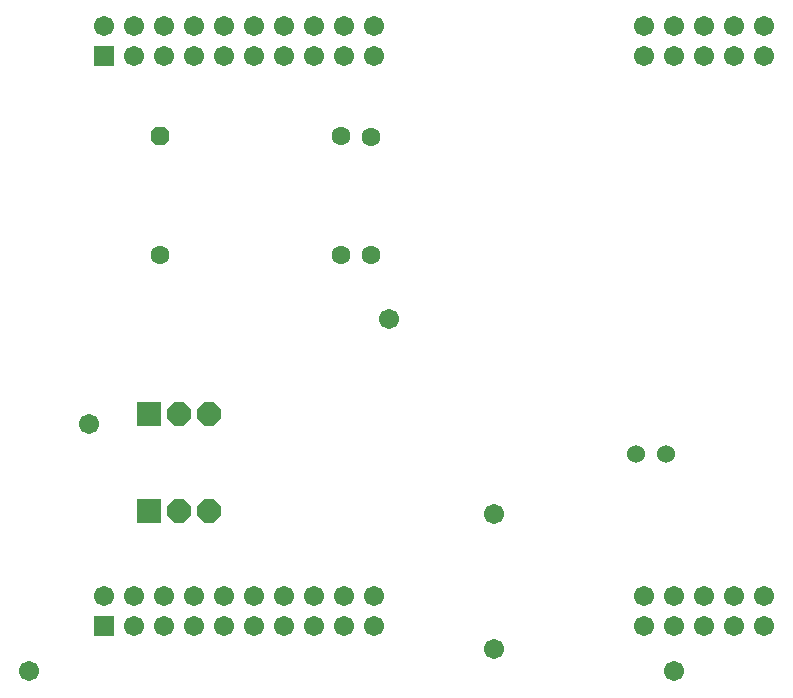
<source format=gbs>
G75*
%MOIN*%
%OFA0B0*%
%FSLAX25Y25*%
%IPPOS*%
%LPD*%
%AMOC8*
5,1,8,0,0,1.08239X$1,22.5*
%
%ADD10C,0.06000*%
%ADD11R,0.07887X0.07887*%
%ADD12OC8,0.07887*%
%ADD13R,0.06737X0.06737*%
%ADD14C,0.06737*%
%ADD15C,0.06312*%
%ADD16OC8,0.06312*%
%ADD17C,0.06706*%
D10*
X0279300Y0121800D03*
X0289300Y0121800D03*
D11*
X0116800Y0135206D03*
X0116800Y0102706D03*
D12*
X0126800Y0102706D03*
X0136800Y0102706D03*
X0136800Y0135206D03*
X0126800Y0135206D03*
D13*
X0101800Y0064300D03*
X0101800Y0254300D03*
D14*
X0111800Y0254300D03*
X0111800Y0264300D03*
X0101800Y0264300D03*
X0121800Y0264300D03*
X0131800Y0264300D03*
X0131800Y0254300D03*
X0121800Y0254300D03*
X0141800Y0254300D03*
X0141800Y0264300D03*
X0151800Y0264300D03*
X0161800Y0264300D03*
X0161800Y0254300D03*
X0151800Y0254300D03*
X0171800Y0254300D03*
X0181800Y0254300D03*
X0181800Y0264300D03*
X0171800Y0264300D03*
X0191800Y0264300D03*
X0191800Y0254300D03*
X0281800Y0254300D03*
X0281800Y0264300D03*
X0291800Y0264300D03*
X0301800Y0264300D03*
X0301800Y0254300D03*
X0291800Y0254300D03*
X0311800Y0254300D03*
X0321800Y0254300D03*
X0321800Y0264300D03*
X0311800Y0264300D03*
X0311800Y0074300D03*
X0321800Y0074300D03*
X0321800Y0064300D03*
X0311800Y0064300D03*
X0301800Y0064300D03*
X0291800Y0064300D03*
X0281800Y0064300D03*
X0281800Y0074300D03*
X0291800Y0074300D03*
X0301800Y0074300D03*
X0191800Y0074300D03*
X0181800Y0074300D03*
X0171800Y0074300D03*
X0161800Y0074300D03*
X0151800Y0074300D03*
X0141800Y0074300D03*
X0131800Y0074300D03*
X0121800Y0074300D03*
X0111800Y0074300D03*
X0101800Y0074300D03*
X0111800Y0064300D03*
X0121800Y0064300D03*
X0131800Y0064300D03*
X0141800Y0064300D03*
X0151800Y0064300D03*
X0161800Y0064300D03*
X0171800Y0064300D03*
X0181800Y0064300D03*
X0191800Y0064300D03*
D15*
X0190658Y0187902D03*
X0180816Y0187902D03*
X0180816Y0227666D03*
X0190658Y0227272D03*
X0120580Y0187902D03*
D16*
X0120580Y0227666D03*
D17*
X0076800Y0049300D03*
X0096800Y0131800D03*
X0196800Y0166800D03*
X0231800Y0101800D03*
X0231800Y0056800D03*
X0291800Y0049300D03*
M02*

</source>
